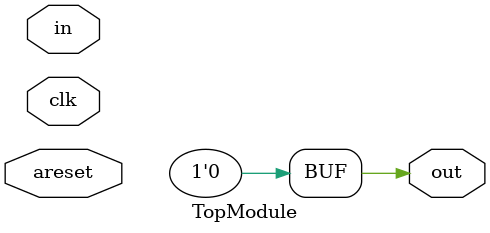
<source format=sv>

module TopModule (
  input clk,
  input in,
  input areset,
  output out
);
always @(posedge clk or posedge areset) begin
    if (areset) begin
        state <= 2'b00;
    end
    else begin
        case (state)
            2'b00: state <= in ? 2'b01 : 2'b00;
            2'b01: state <= in ? 2'b01 : 2'b10;
            2'b10: state <= in ? 2'b11 : 2'b00;
            2'b11: state <= in ? 2'b01 : 2'b10;
            default: state <= 2'b00;
        endcase
    end
end

assign out = (state == 2'b11);
endmodule

</source>
